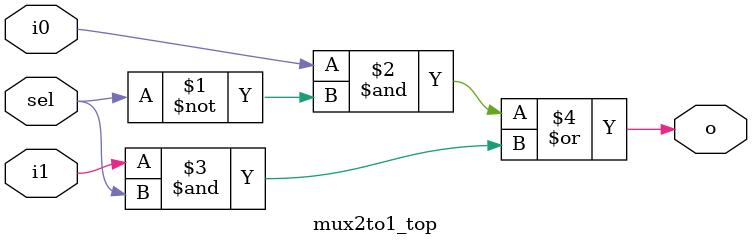
<source format=v>
`timescale 1ns / 1ps


module mux2to1_top(
   input wire i0,
   input wire i1,
   input wire sel,
   output wire o
   
    );
    
    assign o = (i0& ~(sel) | i1&sel);
endmodule

</source>
